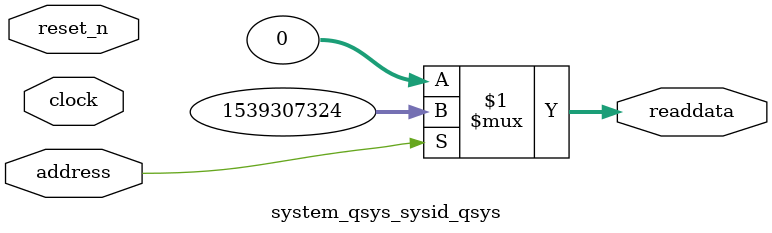
<source format=v>

`timescale 1ns / 1ps
// synthesis translate_on

// turn off superfluous verilog processor warnings 
// altera message_level Level1 
// altera message_off 10034 10035 10036 10037 10230 10240 10030 

module system_qsys_sysid_qsys (
               // inputs:
                address,
                clock,
                reset_n,

               // outputs:
                readdata
             )
;

  output  [ 31: 0] readdata;
  input            address;
  input            clock;
  input            reset_n;

  wire    [ 31: 0] readdata;
  //control_slave, which is an e_avalon_slave
  assign readdata = address ? 1539307324 : 0;

endmodule




</source>
